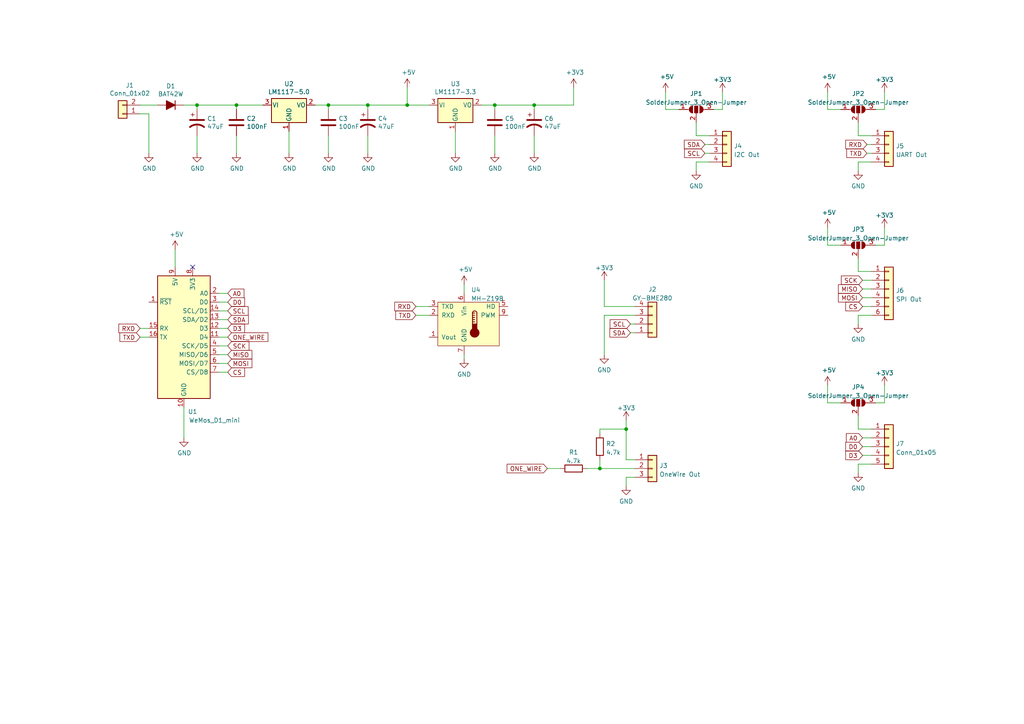
<source format=kicad_sch>
(kicad_sch (version 20211123) (generator eeschema)
  (paper "A4")
  (lib_symbols
    (symbol "Connector_Generic:Conn_01x02" (pin_names (offset 1.016) hide)
      (property "Reference" "J" (at 0 2.54 0))
      (property "Value" "Conn_01x02" (at 0 -5.08 0))
      (symbol "Conn_01x02_1_1"
        (rectangle (start -1.27 -2.413) (end 0 -2.667) (stroke (width 0.1524)))
        (rectangle (start -1.27 0.127) (end 0 -0.127) (stroke (width 0.1524)))
        (rectangle (start -1.27 1.27) (end 1.27 -3.81) (stroke (width 0.254)) (fill (type background)))
        (pin passive line (at -5.08 0 0) (length 3.81) (name "Pin_1") (number "1"))
        (pin passive line (at -5.08 -2.54 0) (length 3.81) (name "Pin_2") (number "2"))
      )
    )
    (symbol "Connector_Generic:Conn_01x03" (pin_names (offset 1.016) hide)
      (property "Reference" "J" (at 0 5.08 0))
      (property "Value" "Conn_01x03" (at 0 -5.08 0))
      (symbol "Conn_01x03_1_1"
        (rectangle (start -1.27 -2.413) (end 0 -2.667) (stroke (width 0.1524)))
        (rectangle (start -1.27 0.127) (end 0 -0.127) (stroke (width 0.1524)))
        (rectangle (start -1.27 2.667) (end 0 2.413) (stroke (width 0.1524)))
        (rectangle (start -1.27 3.81) (end 1.27 -3.81) (stroke (width 0.254)) (fill (type background)))
        (pin passive line (at -5.08 2.54 0) (length 3.81) (name "Pin_1") (number "1"))
        (pin passive line (at -5.08 0 0) (length 3.81) (name "Pin_2") (number "2"))
        (pin passive line (at -5.08 -2.54 0) (length 3.81) (name "Pin_3") (number "3"))
      )
    )
    (symbol "Connector_Generic:Conn_01x04" (pin_names (offset 1.016) hide)
      (property "Reference" "J" (at 0 5.08 0))
      (property "Value" "Conn_01x04" (at 0 -7.62 0))
      (symbol "Conn_01x04_1_1"
        (rectangle (start -1.27 -4.953) (end 0 -5.207) (stroke (width 0.1524)))
        (rectangle (start -1.27 -2.413) (end 0 -2.667) (stroke (width 0.1524)))
        (rectangle (start -1.27 0.127) (end 0 -0.127) (stroke (width 0.1524)))
        (rectangle (start -1.27 2.667) (end 0 2.413) (stroke (width 0.1524)))
        (rectangle (start -1.27 3.81) (end 1.27 -6.35) (stroke (width 0.254)) (fill (type background)))
        (pin passive line (at -5.08 2.54 0) (length 3.81) (name "Pin_1") (number "1"))
        (pin passive line (at -5.08 0 0) (length 3.81) (name "Pin_2") (number "2"))
        (pin passive line (at -5.08 -2.54 0) (length 3.81) (name "Pin_3") (number "3"))
        (pin passive line (at -5.08 -5.08 0) (length 3.81) (name "Pin_4") (number "4"))
      )
    )
    (symbol "Connector_Generic:Conn_01x05" (pin_names (offset 1.016) hide)
      (property "Reference" "J" (at 0 7.62 0))
      (property "Value" "Conn_01x05" (at 0 -7.62 0))
      (symbol "Conn_01x05_1_1"
        (rectangle (start -1.27 -4.953) (end 0 -5.207) (stroke (width 0.1524)))
        (rectangle (start -1.27 -2.413) (end 0 -2.667) (stroke (width 0.1524)))
        (rectangle (start -1.27 0.127) (end 0 -0.127) (stroke (width 0.1524)))
        (rectangle (start -1.27 2.667) (end 0 2.413) (stroke (width 0.1524)))
        (rectangle (start -1.27 5.207) (end 0 4.953) (stroke (width 0.1524)))
        (rectangle (start -1.27 6.35) (end 1.27 -6.35) (stroke (width 0.254)) (fill (type background)))
        (pin passive line (at -5.08 5.08 0) (length 3.81) (name "Pin_1") (number "1"))
        (pin passive line (at -5.08 2.54 0) (length 3.81) (name "Pin_2") (number "2"))
        (pin passive line (at -5.08 0 0) (length 3.81) (name "Pin_3") (number "3"))
        (pin passive line (at -5.08 -2.54 0) (length 3.81) (name "Pin_4") (number "4"))
        (pin passive line (at -5.08 -5.08 0) (length 3.81) (name "Pin_5") (number "5"))
      )
    )
    (symbol "Connector_Generic:Conn_01x06" (pin_names (offset 1.016) hide)
      (property "Reference" "J" (at 0 7.62 0))
      (property "Value" "Conn_01x06" (at 0 -10.16 0))
      (symbol "Conn_01x06_1_1"
        (rectangle (start -1.27 -7.493) (end 0 -7.747) (stroke (width 0.1524)))
        (rectangle (start -1.27 -4.953) (end 0 -5.207) (stroke (width 0.1524)))
        (rectangle (start -1.27 -2.413) (end 0 -2.667) (stroke (width 0.1524)))
        (rectangle (start -1.27 0.127) (end 0 -0.127) (stroke (width 0.1524)))
        (rectangle (start -1.27 2.667) (end 0 2.413) (stroke (width 0.1524)))
        (rectangle (start -1.27 5.207) (end 0 4.953) (stroke (width 0.1524)))
        (rectangle (start -1.27 6.35) (end 1.27 -8.89) (stroke (width 0.254)) (fill (type background)))
        (pin passive line (at -5.08 5.08 0) (length 3.81) (name "Pin_1") (number "1"))
        (pin passive line (at -5.08 2.54 0) (length 3.81) (name "Pin_2") (number "2"))
        (pin passive line (at -5.08 0 0) (length 3.81) (name "Pin_3") (number "3"))
        (pin passive line (at -5.08 -2.54 0) (length 3.81) (name "Pin_4") (number "4"))
        (pin passive line (at -5.08 -5.08 0) (length 3.81) (name "Pin_5") (number "5"))
        (pin passive line (at -5.08 -7.62 0) (length 3.81) (name "Pin_6") (number "6"))
      )
    )
    (symbol "Device:C" (pin_numbers hide) (pin_names (offset 0.254))
      (property "Reference" "C" (at 0.635 2.54 0))
      (property "Value" "C" (at 0.635 -2.54 0))
      (symbol "C_0_1"
        (polyline (pts (xy -2.032 -0.762) (xy 2.032 -0.762)) (stroke (width 0.508)))
        (polyline (pts (xy -2.032 0.762) (xy 2.032 0.762)) (stroke (width 0.508)))
      )
      (symbol "C_1_1"
        (pin passive line (at 0 3.81 270) (length 2.794) (name "~") (number "1"))
        (pin passive line (at 0 -3.81 90) (length 2.794) (name "~") (number "2"))
      )
    )
    (symbol "Device:R" (pin_numbers hide) (pin_names (offset 0))
      (property "Reference" "R" (at 2.032 0 90))
      (property "Value" "R" (at 0 0 90))
      (symbol "R_0_1"
        (rectangle (start -1.016 -2.54) (end 1.016 2.54) (stroke (width 0.254)))
      )
      (symbol "R_1_1"
        (pin passive line (at 0 3.81 270) (length 1.27) (name "~") (number "1"))
        (pin passive line (at 0 -3.81 90) (length 1.27) (name "~") (number "2"))
      )
    )
    (symbol "MCU_Module:WeMos_D1_mini"
      (property "Reference" "U" (at 3.81 19.05 0))
      (property "Value" "WeMos_D1_mini" (at 1.27 -19.05 0))
      (symbol "WeMos_D1_mini_1_1"
        (rectangle (start -7.62 17.78) (end 7.62 -17.78) (stroke (width 0.254)) (fill (type background)))
        (pin input line (at -10.16 10.16 0) (length 2.54) (name "~{RST}") (number "1"))
        (pin power_in line (at 0 -20.32 90) (length 2.54) (name "GND") (number "10"))
        (pin bidirectional line (at 10.16 0 180) (length 2.54) (name "D4") (number "11"))
        (pin bidirectional line (at 10.16 2.54 180) (length 2.54) (name "D3") (number "12"))
        (pin bidirectional line (at 10.16 5.08 180) (length 2.54) (name "SDA/D2") (number "13"))
        (pin bidirectional line (at 10.16 7.62 180) (length 2.54) (name "SCL/D1") (number "14"))
        (pin input line (at -10.16 2.54 0) (length 2.54) (name "RX") (number "15"))
        (pin output line (at -10.16 0 0) (length 2.54) (name "TX") (number "16"))
        (pin input line (at 10.16 12.7 180) (length 2.54) (name "A0") (number "2"))
        (pin bidirectional line (at 10.16 10.16 180) (length 2.54) (name "D0") (number "3"))
        (pin bidirectional line (at 10.16 -2.54 180) (length 2.54) (name "SCK/D5") (number "4"))
        (pin bidirectional line (at 10.16 -5.08 180) (length 2.54) (name "MISO/D6") (number "5"))
        (pin bidirectional line (at 10.16 -7.62 180) (length 2.54) (name "MOSI/D7") (number "6"))
        (pin bidirectional line (at 10.16 -10.16 180) (length 2.54) (name "CS/D8") (number "7"))
        (pin power_out line (at 2.54 20.32 270) (length 2.54) (name "3V3") (number "8"))
        (pin power_in line (at -2.54 20.32 270) (length 2.54) (name "5V") (number "9"))
      )
    )
    (symbol "Regulator_Linear:LM1117-3.3" (pin_names (offset 0.254))
      (property "Reference" "U" (at -3.81 3.175 0))
      (property "Value" "LM1117-3.3" (at 0 3.175 0))
      (symbol "LM1117-3.3_0_1"
        (rectangle (start -5.08 -5.08) (end 5.08 1.905) (stroke (width 0.254)) (fill (type background)))
      )
      (symbol "LM1117-3.3_1_1"
        (pin power_in line (at 0 -7.62 90) (length 2.54) (name "GND") (number "1"))
        (pin power_out line (at 7.62 0 180) (length 2.54) (name "VO") (number "2"))
        (pin power_in line (at -7.62 0 0) (length 2.54) (name "VI") (number "3"))
      )
    )
    (symbol "Regulator_Linear:LM1117-5.0" (pin_names (offset 0.254))
      (property "Reference" "U" (at -3.81 3.175 0))
      (property "Value" "LM1117-5.0" (at 0 3.175 0))
      (symbol "LM1117-5.0_0_1"
        (rectangle (start -5.08 -5.08) (end 5.08 1.905) (stroke (width 0.254)) (fill (type background)))
      )
      (symbol "LM1117-5.0_1_1"
        (pin power_in line (at 0 -7.62 90) (length 2.54) (name "GND") (number "1"))
        (pin power_out line (at 7.62 0 180) (length 2.54) (name "VO") (number "2"))
        (pin power_in line (at -7.62 0 0) (length 2.54) (name "VI") (number "3"))
      )
    )
    (symbol "esp8266-homenode-rescue:CP1-Device" (pin_numbers hide) (pin_names (offset 0.254) hide)
      (property "Reference" "C" (at 0.635 2.54 0))
      (property "Value" "CP1-Device" (at 0.635 -2.54 0))
      (symbol "CP1-Device_0_1"
        (polyline (pts (xy -2.032 0.762) (xy 2.032 0.762)) (stroke (width 0.508)))
        (polyline (pts (xy -1.778 2.286) (xy -0.762 2.286)))
        (polyline (pts (xy -1.27 1.778) (xy -1.27 2.794)))
        (arc (start 2.032 -1.27) (mid 0 -0.5572) (end -2.032 -1.27) (stroke (width 0.508)))
      )
      (symbol "CP1-Device_1_1"
        (pin passive line (at 0 3.81 270) (length 2.794) (name "~") (number "1"))
        (pin passive line (at 0 -3.81 90) (length 3.302) (name "~") (number "2"))
      )
    )
    (symbol "esp8266-homenode-rescue:D_ALT-Device" (pin_numbers hide) (pin_names (offset 1.016) hide)
      (property "Reference" "D" (at 0 2.54 0))
      (property "Value" "D_ALT-Device" (at 0 -2.54 0))
      (symbol "D_ALT-Device_0_1"
        (polyline (pts (xy -1.27 1.27) (xy -1.27 -1.27)) (stroke (width 0.254)))
        (polyline (pts (xy 1.27 0) (xy -1.27 0)))
        (polyline (pts (xy 1.27 1.27) (xy 1.27 -1.27) (xy -1.27 0) (xy 1.27 1.27)) (stroke (width 0.254)) (fill (type outline)))
      )
      (symbol "D_ALT-Device_1_1"
        (pin passive line (at -3.81 0 0) (length 2.54) (name "K") (number "1"))
        (pin passive line (at 3.81 0 180) (length 2.54) (name "A") (number "2"))
      )
    )
    (symbol "esp8266-homenode-rescue:SolderJumper_3_Open-Jumper" (pin_names (offset 0) hide)
      (property "Reference" "JP" (at -2.54 -2.54 0))
      (property "Value" "SolderJumper_3_Open-Jumper" (at 0 2.794 0))
      (symbol "SolderJumper_3_Open-Jumper_0_1"
        (arc (start -1.016 1.016) (mid -2.032 0) (end -1.016 -1.016))
        (arc (start -1.016 1.016) (mid -2.032 0) (end -1.016 -1.016) (fill (type outline)))
        (rectangle (start -0.508 1.016) (end 0.508 -1.016) (fill (type outline)))
        (polyline (pts (xy -2.54 0) (xy -2.032 0)))
        (polyline (pts (xy -1.016 1.016) (xy -1.016 -1.016)))
        (polyline (pts (xy 0 -1.27) (xy 0 -1.016)))
        (polyline (pts (xy 1.016 1.016) (xy 1.016 -1.016)))
        (polyline (pts (xy 2.54 0) (xy 2.032 0)))
        (arc (start 1.016 -1.016) (mid 2.032 0) (end 1.016 1.016))
        (arc (start 1.016 -1.016) (mid 2.032 0) (end 1.016 1.016) (fill (type outline)))
      )
      (symbol "SolderJumper_3_Open-Jumper_1_1"
        (pin passive line (at -5.08 0 0) (length 2.54) (name "A") (number "1"))
        (pin input line (at 0 -3.81 90) (length 2.54) (name "C") (number "2"))
        (pin passive line (at 5.08 0 180) (length 2.54) (name "B") (number "3"))
      )
    )
    (symbol "mh_z19b:MH-Z19B" (pin_names (offset 1.016))
      (property "Reference" "U" (at -6.35 7.62 0))
      (property "Value" "MH-Z19B" (at 5.08 7.62 0))
      (symbol "MH-Z19B_0_1"
        (rectangle (start 10.16 -6.35) (end -7.62 6.35) (fill (type background)))
      )
      (symbol "MH-Z19B_1_1"
        (polyline (pts (xy 2.413 0.635) (xy 3.048 0.635)) (stroke (width 0.254)))
        (polyline (pts (xy 2.413 1.27) (xy 3.048 1.27)) (stroke (width 0.254)))
        (polyline (pts (xy 2.413 1.905) (xy 3.048 1.905)) (stroke (width 0.254)))
        (polyline (pts (xy 2.413 2.54) (xy 3.048 2.54)) (stroke (width 0.254)))
        (polyline (pts (xy 2.413 3.175) (xy 2.413 0)) (stroke (width 0.254)))
        (polyline (pts (xy 2.413 3.175) (xy 3.048 3.175)) (stroke (width 0.254)))
        (polyline (pts (xy 3.683 3.175) (xy 3.683 0)) (stroke (width 0.254)))
        (circle (center 3.048 -2.54) (radius 1.27) (stroke (width 0.254)) (fill (type outline)))
        (rectangle (start 3.683 -1.905) (end 2.413 0) (stroke (width 0.254)) (fill (type outline)))
        (arc (start 3.683 3.175) (mid 3.048 3.81) (end 2.413 3.175) (stroke (width 0.254)))
        (pin power_out line (at -10.16 -3.81 0) (length 2.54) (name "Vout") (number "1"))
        (pin input line (at -10.16 2.54 0) (length 2.54) (name "RXD") (number "2"))
        (pin output line (at -10.16 5.08 0) (length 2.54) (name "TXD") (number "3"))
        (pin passive line (at 12.7 -3.81 180) (length 2.54) hide (name "SR") (number "4"))
        (pin passive line (at 12.7 5.08 180) (length 2.54) (name "HD") (number "5"))
        (pin power_in line (at 0 8.89 270) (length 2.54) (name "Vin") (number "6"))
        (pin passive line (at 0 -8.89 90) (length 2.54) (name "GND") (number "7"))
        (pin passive line (at 12.7 -1.27 180) (length 2.54) hide (name "A0T") (number "8"))
        (pin passive line (at 12.7 2.54 180) (length 2.54) (name "PWM") (number "9"))
      )
    )
    (symbol "power:+3.3V" (power) (pin_names (offset 0))
      (property "Value" "+3.3V" (at 0 3.556 0))
      (symbol "+3.3V_0_1"
        (polyline (pts (xy -0.762 1.27) (xy 0 2.54)))
        (polyline (pts (xy 0 0) (xy 0 2.54)))
        (polyline (pts (xy 0 2.54) (xy 0.762 1.27)))
      )
      (symbol "+3.3V_1_1"
        (pin power_in line (at 0 0 90) (length 0) hide (name "+3V3") (number "1"))
      )
    )
    (symbol "power:+5V" (power) (pin_names (offset 0))
      (property "Value" "+5V" (at 0 3.556 0))
      (symbol "+5V_0_1"
        (polyline (pts (xy -0.762 1.27) (xy 0 2.54)))
        (polyline (pts (xy 0 0) (xy 0 2.54)))
        (polyline (pts (xy 0 2.54) (xy 0.762 1.27)))
      )
      (symbol "+5V_1_1"
        (pin power_in line (at 0 0 90) (length 0) hide (name "+5V") (number "1"))
      )
    )
    (symbol "power:GND" (power) (pin_names (offset 0))
      (property "Value" "GND" (at 0 -3.81 0))
      (symbol "GND_0_1"
        (polyline (pts (xy 0 0) (xy 0 -1.27) (xy 1.27 -1.27) (xy 0 -2.54) (xy -1.27 -1.27) (xy 0 -1.27)))
      )
      (symbol "GND_1_1"
        (pin power_in line (at 0 0 270) (length 0) hide (name "GND") (number "1"))
      )
    )
  )
  (junction (at 95.25 30.48))
  (junction (at 181.61 124.46))
  (junction (at 173.99 135.89))
  (junction (at 57.15 30.48))
  (junction (at 143.51 30.48))
  (junction (at 68.58 30.48))
  (junction (at 154.94 30.48))
  (junction (at 106.68 30.48))
  (junction (at 118.11 30.48))
  (no_connect (at 55.88 77.47))
  (wire (pts (xy 57.15 31.75) (xy 57.15 30.48)))
  (wire (pts (xy 83.82 38.1) (xy 83.82 44.45)))
  (wire (pts (xy 118.11 30.48) (xy 118.11 25.4)))
  (wire (pts (xy 106.68 31.75) (xy 106.68 30.48)))
  (wire (pts (xy 175.26 91.44) (xy 175.26 102.87)))
  (wire (pts (xy 248.92 91.44) (xy 252.73 91.44)))
  (wire (pts (xy 63.5 107.95) (xy 66.04 107.95)))
  (wire (pts (xy 63.5 95.25) (xy 66.04 95.25)))
  (wire (pts (xy 158.75 135.89) (xy 162.56 135.89)))
  (wire (pts (xy 248.92 46.99) (xy 252.73 46.99)))
  (wire (pts (xy 250.19 132.08) (xy 252.73 132.08)))
  (wire (pts (xy 254 31.75) (xy 256.54 31.75)))
  (wire (pts (xy 68.58 31.75) (xy 68.58 30.48)))
  (wire (pts (xy 193.04 26.67) (xy 193.04 31.75)))
  (wire (pts (xy 68.58 39.37) (xy 68.58 44.45)))
  (wire (pts (xy 204.47 44.45) (xy 205.74 44.45)))
  (wire (pts (xy 57.15 39.37) (xy 57.15 44.45)))
  (wire (pts (xy 254 116.84) (xy 256.54 116.84)))
  (wire (pts (xy 139.7 30.48) (xy 143.51 30.48)))
  (wire (pts (xy 57.15 30.48) (xy 68.58 30.48)))
  (wire (pts (xy 248.92 120.65) (xy 248.92 124.46)))
  (wire (pts (xy 181.61 138.43) (xy 184.15 138.43)))
  (wire (pts (xy 132.08 38.1) (xy 132.08 44.45)))
  (wire (pts (xy 184.15 91.44) (xy 175.26 91.44)))
  (wire (pts (xy 120.65 88.9) (xy 124.46 88.9)))
  (wire (pts (xy 243.84 71.12) (xy 240.03 71.12)))
  (wire (pts (xy 63.5 87.63) (xy 66.04 87.63)))
  (wire (pts (xy 250.19 81.28) (xy 252.73 81.28)))
  (wire (pts (xy 143.51 39.37) (xy 143.51 44.45)))
  (wire (pts (xy 243.84 31.75) (xy 240.03 31.75)))
  (wire (pts (xy 256.54 71.12) (xy 256.54 66.04)))
  (wire (pts (xy 173.99 133.35) (xy 173.99 135.89)))
  (wire (pts (xy 248.92 35.56) (xy 248.92 39.37)))
  (wire (pts (xy 251.46 44.45) (xy 252.73 44.45)))
  (wire (pts (xy 63.5 100.33) (xy 66.04 100.33)))
  (wire (pts (xy 53.34 118.11) (xy 53.34 127)))
  (wire (pts (xy 248.92 74.93) (xy 248.92 78.74)))
  (wire (pts (xy 166.37 30.48) (xy 166.37 25.4)))
  (wire (pts (xy 106.68 30.48) (xy 118.11 30.48)))
  (wire (pts (xy 154.94 31.75) (xy 154.94 30.48)))
  (wire (pts (xy 250.19 86.36) (xy 252.73 86.36)))
  (wire (pts (xy 43.18 33.02) (xy 43.18 44.45)))
  (wire (pts (xy 248.92 93.98) (xy 248.92 91.44)))
  (wire (pts (xy 40.64 97.79) (xy 43.18 97.79)))
  (wire (pts (xy 118.11 30.48) (xy 124.46 30.48)))
  (wire (pts (xy 248.92 137.16) (xy 248.92 134.62)))
  (wire (pts (xy 40.64 33.02) (xy 43.18 33.02)))
  (wire (pts (xy 63.5 92.71) (xy 66.04 92.71)))
  (wire (pts (xy 250.19 88.9) (xy 252.73 88.9)))
  (wire (pts (xy 251.46 41.91) (xy 252.73 41.91)))
  (wire (pts (xy 254 71.12) (xy 256.54 71.12)))
  (wire (pts (xy 250.19 83.82) (xy 252.73 83.82)))
  (wire (pts (xy 182.88 96.52) (xy 184.15 96.52)))
  (wire (pts (xy 40.64 95.25) (xy 43.18 95.25)))
  (wire (pts (xy 63.5 85.09) (xy 66.04 85.09)))
  (wire (pts (xy 134.62 82.55) (xy 134.62 85.09)))
  (wire (pts (xy 248.92 134.62) (xy 252.73 134.62)))
  (wire (pts (xy 143.51 31.75) (xy 143.51 30.48)))
  (wire (pts (xy 173.99 135.89) (xy 184.15 135.89)))
  (wire (pts (xy 201.93 49.53) (xy 201.93 46.99)))
  (wire (pts (xy 181.61 121.92) (xy 181.61 124.46)))
  (wire (pts (xy 173.99 124.46) (xy 181.61 124.46)))
  (wire (pts (xy 201.93 35.56) (xy 201.93 39.37)))
  (wire (pts (xy 209.55 31.75) (xy 209.55 26.67)))
  (wire (pts (xy 252.73 78.74) (xy 248.92 78.74)))
  (wire (pts (xy 175.26 81.28) (xy 175.26 88.9)))
  (wire (pts (xy 154.94 30.48) (xy 166.37 30.48)))
  (wire (pts (xy 106.68 39.37) (xy 106.68 44.45)))
  (wire (pts (xy 205.74 39.37) (xy 201.93 39.37)))
  (wire (pts (xy 40.64 30.48) (xy 45.72 30.48)))
  (wire (pts (xy 53.34 30.48) (xy 57.15 30.48)))
  (wire (pts (xy 173.99 125.73) (xy 173.99 124.46)))
  (wire (pts (xy 240.03 66.04) (xy 240.03 71.12)))
  (wire (pts (xy 50.8 77.47) (xy 50.8 72.39)))
  (wire (pts (xy 250.19 129.54) (xy 252.73 129.54)))
  (wire (pts (xy 248.92 49.53) (xy 248.92 46.99)))
  (wire (pts (xy 154.94 39.37) (xy 154.94 44.45)))
  (wire (pts (xy 201.93 46.99) (xy 205.74 46.99)))
  (wire (pts (xy 250.19 127) (xy 252.73 127)))
  (wire (pts (xy 95.25 39.37) (xy 95.25 44.45)))
  (wire (pts (xy 120.65 91.44) (xy 124.46 91.44)))
  (wire (pts (xy 170.18 135.89) (xy 173.99 135.89)))
  (wire (pts (xy 134.62 102.87) (xy 134.62 104.14)))
  (wire (pts (xy 196.85 31.75) (xy 193.04 31.75)))
  (wire (pts (xy 91.44 30.48) (xy 95.25 30.48)))
  (wire (pts (xy 143.51 30.48) (xy 154.94 30.48)))
  (wire (pts (xy 207.01 31.75) (xy 209.55 31.75)))
  (wire (pts (xy 63.5 90.17) (xy 66.04 90.17)))
  (wire (pts (xy 63.5 105.41) (xy 66.04 105.41)))
  (wire (pts (xy 63.5 102.87) (xy 66.04 102.87)))
  (wire (pts (xy 243.84 116.84) (xy 240.03 116.84)))
  (wire (pts (xy 182.88 93.98) (xy 184.15 93.98)))
  (wire (pts (xy 240.03 26.67) (xy 240.03 31.75)))
  (wire (pts (xy 181.61 133.35) (xy 184.15 133.35)))
  (wire (pts (xy 95.25 30.48) (xy 106.68 30.48)))
  (wire (pts (xy 256.54 116.84) (xy 256.54 111.76)))
  (wire (pts (xy 63.5 97.79) (xy 66.04 97.79)))
  (wire (pts (xy 68.58 30.48) (xy 76.2 30.48)))
  (wire (pts (xy 240.03 111.76) (xy 240.03 116.84)))
  (wire (pts (xy 181.61 124.46) (xy 181.61 133.35)))
  (wire (pts (xy 256.54 31.75) (xy 256.54 26.67)))
  (wire (pts (xy 181.61 140.97) (xy 181.61 138.43)))
  (wire (pts (xy 204.47 41.91) (xy 205.74 41.91)))
  (wire (pts (xy 184.15 88.9) (xy 175.26 88.9)))
  (wire (pts (xy 95.25 31.75) (xy 95.25 30.48)))
  (wire (pts (xy 252.73 39.37) (xy 248.92 39.37)))
  (wire (pts (xy 252.73 124.46) (xy 248.92 124.46)))
  (global_label "D0" (shape input) (at 66.04 87.63 0) (property "Intersheet References" "${INTERSHEET_REFS}" (effects hide)))
  (global_label "MISO" (shape input) (at 250.19 83.82 180) (property "Intersheet References" "${INTERSHEET_REFS}" (effects hide)))
  (global_label "ONE_WIRE" (shape input) (at 66.04 97.79 0) (property "Intersheet References" "${INTERSHEET_REFS}" (effects hide)))
  (global_label "D0" (shape input) (at 250.19 129.54 180) (property "Intersheet References" "${INTERSHEET_REFS}" (effects hide)))
  (global_label "ONE_WIRE" (shape input) (at 158.75 135.89 180) (property "Intersheet References" "${INTERSHEET_REFS}" (effects hide)))
  (global_label "SDA" (shape input) (at 66.04 92.71 0) (property "Intersheet References" "${INTERSHEET_REFS}" (effects hide)))
  (global_label "D3" (shape input) (at 66.04 95.25 0) (property "Intersheet References" "${INTERSHEET_REFS}" (effects hide)))
  (global_label "D3" (shape input) (at 250.19 132.08 180) (property "Intersheet References" "${INTERSHEET_REFS}" (effects hide)))
  (global_label "MOSI" (shape input) (at 250.19 86.36 180) (property "Intersheet References" "${INTERSHEET_REFS}" (effects hide)))
  (global_label "A0" (shape input) (at 66.04 85.09 0) (property "Intersheet References" "${INTERSHEET_REFS}" (effects hide)))
  (global_label "SCL" (shape input) (at 182.88 93.98 180) (property "Intersheet References" "${INTERSHEET_REFS}" (effects hide)))
  (global_label "SCL" (shape input) (at 204.47 44.45 180) (property "Intersheet References" "${INTERSHEET_REFS}" (effects hide)))
  (global_label "CS" (shape input) (at 66.04 107.95 0) (property "Intersheet References" "${INTERSHEET_REFS}" (effects hide)))
  (global_label "SDA" (shape input) (at 182.88 96.52 180) (property "Intersheet References" "${INTERSHEET_REFS}" (effects hide)))
  (global_label "RXD" (shape input) (at 120.65 88.9 180) (property "Intersheet References" "${INTERSHEET_REFS}" (effects hide)))
  (global_label "TXD" (shape input) (at 120.65 91.44 180) (property "Intersheet References" "${INTERSHEET_REFS}" (effects hide)))
  (global_label "A0" (shape input) (at 250.19 127 180) (property "Intersheet References" "${INTERSHEET_REFS}" (effects hide)))
  (global_label "MOSI" (shape input) (at 66.04 105.41 0) (property "Intersheet References" "${INTERSHEET_REFS}" (effects hide)))
  (global_label "RXD" (shape input) (at 40.64 95.25 180) (property "Intersheet References" "${INTERSHEET_REFS}" (effects hide)))
  (global_label "SCK" (shape input) (at 250.19 81.28 180) (property "Intersheet References" "${INTERSHEET_REFS}" (effects hide)))
  (global_label "CS" (shape input) (at 250.19 88.9 180) (property "Intersheet References" "${INTERSHEET_REFS}" (effects hide)))
  (global_label "RXD" (shape input) (at 251.46 41.91 180) (property "Intersheet References" "${INTERSHEET_REFS}" (effects hide)))
  (global_label "TXD" (shape input) (at 40.64 97.79 180) (property "Intersheet References" "${INTERSHEET_REFS}" (effects hide)))
  (global_label "SCL" (shape input) (at 66.04 90.17 0) (property "Intersheet References" "${INTERSHEET_REFS}" (effects hide)))
  (global_label "TXD" (shape input) (at 251.46 44.45 180) (property "Intersheet References" "${INTERSHEET_REFS}" (effects hide)))
  (global_label "SDA" (shape input) (at 204.47 41.91 180) (property "Intersheet References" "${INTERSHEET_REFS}" (effects hide)))
  (global_label "SCK" (shape input) (at 66.04 100.33 0) (property "Intersheet References" "${INTERSHEET_REFS}" (effects hide)))
  (global_label "MISO" (shape input) (at 66.04 102.87 0) (property "Intersheet References" "${INTERSHEET_REFS}" (effects hide)))
  (symbol (lib_id "MCU_Module:WeMos_D1_mini") (at 53.34 97.79 0) (unit 1)
    (property "Reference" "U1" (at 55.88 119.38 0))
    (property "Value" "WeMos_D1_mini" (at 62.23 121.92 0))
    (property "Footprint" "Module:WEMOS_D1_mini_light" (effects hide))
    (property "Datasheet" "https://wiki.wemos.cc/products:d1:d1_mini#documentation" (effects hide))
  )
  (symbol (lib_id "power:GND") (at 53.34 127 0) (unit 1)
    (property "Reference" "#PWR03" (effects hide))
    (property "Value" "GND" (at 53.467 131.3942 0))
  )
  (symbol (lib_id "esp8266-homenode-rescue:D_ALT-Device") (at 49.53 30.48 180) (unit 1)
    (property "Reference" "D1" (at 49.53 24.9682 0))
    (property "Value" "BAT42W" (at 49.53 27.2796 0))
    (property "Footprint" "Diode_SMD:D_SOD-123" (effects hide))
  )
  (symbol (lib_id "power:GND") (at 43.18 44.45 0) (unit 1)
    (property "Reference" "#PWR01" (effects hide))
    (property "Value" "GND" (at 43.307 48.8442 0))
  )
  (symbol (lib_id "Regulator_Linear:LM1117-5.0") (at 83.82 30.48 0) (unit 1)
    (property "Reference" "U2" (at 83.82 24.3332 0))
    (property "Value" "LM1117-5.0" (at 83.82 26.6446 0))
    (property "Footprint" "Package_TO_SOT_SMD:SOT-223-3_TabPin2" (effects hide))
    (property "Datasheet" "http://www.ti.com/lit/ds/symlink/lm1117.pdf" (effects hide))
  )
  (symbol (lib_id "esp8266-homenode-rescue:CP1-Device") (at 57.15 35.56 0) (unit 1)
    (property "Reference" "C1" (at 60.071 34.3916 0) (effects (justify left)))
    (property "Value" "47uF" (at 60.071 36.703 0) (effects (justify left)))
    (property "Footprint" "Capacitor_SMD:CP_Elec_4x5.4" (effects hide))
  )
  (symbol (lib_id "Device:C") (at 68.58 35.56 0) (unit 1)
    (property "Reference" "C2" (at 71.501 34.3916 0) (effects (justify left)))
    (property "Value" "100nF" (at 71.501 36.703 0) (effects (justify left)))
    (property "Footprint" "Capacitor_SMD:C_0603_1608Metric" (effects hide))
  )
  (symbol (lib_id "Device:C") (at 95.25 35.56 0) (unit 1)
    (property "Reference" "C3" (at 98.171 34.3916 0) (effects (justify left)))
    (property "Value" "100nF" (at 98.171 36.703 0) (effects (justify left)))
    (property "Footprint" "Capacitor_SMD:C_0603_1608Metric" (effects hide))
  )
  (symbol (lib_id "esp8266-homenode-rescue:CP1-Device") (at 106.68 35.56 0) (unit 1)
    (property "Reference" "C4" (at 109.601 34.3916 0) (effects (justify left)))
    (property "Value" "47uF" (at 109.601 36.703 0) (effects (justify left)))
    (property "Footprint" "Capacitor_SMD:CP_Elec_4x5.4" (effects hide))
  )
  (symbol (lib_id "power:GND") (at 57.15 44.45 0) (unit 1)
    (property "Reference" "#PWR04" (effects hide))
    (property "Value" "GND" (at 57.277 48.8442 0))
  )
  (symbol (lib_id "power:GND") (at 68.58 44.45 0) (unit 1)
    (property "Reference" "#PWR05" (effects hide))
    (property "Value" "GND" (at 68.707 48.8442 0))
  )
  (symbol (lib_id "power:GND") (at 83.82 44.45 0) (unit 1)
    (property "Reference" "#PWR06" (effects hide))
    (property "Value" "GND" (at 83.947 48.8442 0))
  )
  (symbol (lib_id "power:GND") (at 95.25 44.45 0) (unit 1)
    (property "Reference" "#PWR07" (effects hide))
    (property "Value" "GND" (at 95.377 48.8442 0))
  )
  (symbol (lib_id "power:GND") (at 106.68 44.45 0) (unit 1)
    (property "Reference" "#PWR08" (effects hide))
    (property "Value" "GND" (at 106.807 48.8442 0))
  )
  (symbol (lib_id "power:+5V") (at 118.11 25.4 0) (unit 1)
    (property "Reference" "#PWR09" (effects hide))
    (property "Value" "+5V" (at 118.491 21.0058 0))
  )
  (symbol (lib_id "Connector_Generic:Conn_01x02") (at 35.56 33.02 180) (unit 1)
    (property "Reference" "J1" (at 37.6428 24.765 0))
    (property "Value" "Conn_01x02" (at 37.6428 27.0764 0))
    (property "Footprint" "TerminalBlock:TerminalBlock_bornier-2_P5.08mm" (effects hide))
  )
  (symbol (lib_id "power:+5V") (at 50.8 72.39 0) (unit 1)
    (property "Reference" "#PWR02" (effects hide))
    (property "Value" "+5V" (at 51.181 67.9958 0))
  )
  (symbol (lib_id "Regulator_Linear:LM1117-3.3") (at 132.08 30.48 0) (unit 1)
    (property "Reference" "U3" (at 132.08 24.3332 0))
    (property "Value" "LM1117-3.3" (at 132.08 26.6446 0))
    (property "Footprint" "Package_TO_SOT_SMD:SOT-223-3_TabPin2" (effects hide))
    (property "Datasheet" "http://www.ti.com/lit/ds/symlink/lm1117.pdf" (effects hide))
  )
  (symbol (lib_id "Device:C") (at 143.51 35.56 0) (unit 1)
    (property "Reference" "C5" (at 146.431 34.3916 0) (effects (justify left)))
    (property "Value" "100nF" (at 146.431 36.703 0) (effects (justify left)))
    (property "Footprint" "Capacitor_SMD:C_0603_1608Metric" (effects hide))
  )
  (symbol (lib_id "esp8266-homenode-rescue:CP1-Device") (at 154.94 35.56 0) (unit 1)
    (property "Reference" "C6" (at 157.861 34.3916 0) (effects (justify left)))
    (property "Value" "47uF" (at 157.861 36.703 0) (effects (justify left)))
    (property "Footprint" "Capacitor_SMD:CP_Elec_4x5.4" (effects hide))
  )
  (symbol (lib_id "power:GND") (at 143.51 44.45 0) (unit 1)
    (property "Reference" "#PWR013" (effects hide))
    (property "Value" "GND" (at 143.637 48.8442 0))
  )
  (symbol (lib_id "power:GND") (at 154.94 44.45 0) (unit 1)
    (property "Reference" "#PWR014" (effects hide))
    (property "Value" "GND" (at 155.067 48.8442 0))
  )
  (symbol (lib_id "power:GND") (at 132.08 44.45 0) (unit 1)
    (property "Reference" "#PWR010" (effects hide))
    (property "Value" "GND" (at 132.207 48.8442 0))
  )
  (symbol (lib_id "power:+3.3V") (at 166.37 25.4 0) (unit 1)
    (property "Reference" "#PWR015" (effects hide))
    (property "Value" "+3.3V" (at 166.751 21.0058 0))
  )
  (symbol (lib_id "power:GND") (at 248.92 93.98 0) (unit 1)
    (property "Reference" "#PWR027" (effects hide))
    (property "Value" "GND" (at 248.92 98.4234 0))
  )
  (symbol (lib_id "Connector_Generic:Conn_01x05") (at 257.81 129.54 0) (unit 1)
    (property "Reference" "J7" (at 259.842 128.7053 0) (effects (justify left)))
    (property "Value" "Conn_01x05" (at 259.842 131.2422 0) (effects (justify left)))
    (property "Footprint" "Connector_PinHeader_2.54mm:PinHeader_1x05_P2.54mm_Vertical" (effects hide))
  )
  (symbol (lib_id "power:+3.3V") (at 175.26 81.28 0) (unit 1)
    (property "Reference" "#PWR016" (effects hide))
    (property "Value" "+3.3V" (at 175.26 77.7042 0))
  )
  (symbol (lib_id "Connector_Generic:Conn_01x04") (at 189.23 93.98 0) (mirror x) (unit 1)
    (property "Reference" "J2" (at 189.23 83.9302 0))
    (property "Value" "GY-BME280" (at 189.23 86.4671 0))
    (property "Footprint" "misc:gybmep" (effects hide))
  )
  (symbol (lib_id "Device:R") (at 173.99 129.54 0) (unit 1)
    (property "Reference" "R2" (at 175.768 128.7053 0) (effects (justify left)))
    (property "Value" "4.7k" (at 175.768 131.2422 0) (effects (justify left)))
    (property "Footprint" "Resistor_SMD:R_0603_1608Metric_Pad0.98x0.95mm_HandSolder" (effects hide))
  )
  (symbol (lib_id "esp8266-homenode-rescue:SolderJumper_3_Open-Jumper") (at 248.92 31.75 0) (unit 1)
    (property "Reference" "JP2" (at 248.92 27.1612 0))
    (property "Value" "SolderJumper_3_Open-Jumper" (at 248.92 29.6981 0))
    (property "Footprint" "Jumper:SolderJumper-3_P1.3mm_Open_RoundedPad1.0x1.5mm" (effects hide))
  )
  (symbol (lib_id "power:GND") (at 181.61 140.97 0) (unit 1)
    (property "Reference" "#PWR019" (effects hide))
    (property "Value" "GND" (at 181.61 145.4134 0))
  )
  (symbol (lib_id "Connector_Generic:Conn_01x06") (at 257.81 83.82 0) (unit 1)
    (property "Reference" "J6" (at 259.842 84.2553 0) (effects (justify left)))
    (property "Value" "SPI Out" (at 259.842 86.7922 0) (effects (justify left)))
    (property "Footprint" "Connector_PinHeader_2.54mm:PinHeader_1x06_P2.54mm_Vertical" (effects hide))
  )
  (symbol (lib_id "power:+3.3V") (at 256.54 26.67 0) (unit 1)
    (property "Reference" "#PWR029" (effects hide))
    (property "Value" "+3.3V" (at 256.54 23.0942 0))
  )
  (symbol (lib_id "Connector_Generic:Conn_01x04") (at 210.82 41.91 0) (unit 1)
    (property "Reference" "J4" (at 212.852 42.3453 0) (effects (justify left)))
    (property "Value" "I2C Out" (at 212.852 44.8822 0) (effects (justify left)))
    (property "Footprint" "Connector_PinHeader_2.54mm:PinHeader_1x04_P2.54mm_Vertical" (effects hide))
  )
  (symbol (lib_id "Connector_Generic:Conn_01x04") (at 257.81 41.91 0) (unit 1)
    (property "Reference" "J5" (at 259.842 42.3453 0) (effects (justify left)))
    (property "Value" "UART Out" (at 259.842 44.8822 0) (effects (justify left)))
    (property "Footprint" "Connector_PinHeader_2.54mm:PinHeader_1x04_P2.54mm_Vertical" (effects hide))
  )
  (symbol (lib_id "power:GND") (at 248.92 137.16 0) (unit 1)
    (property "Reference" "#PWR028" (effects hide))
    (property "Value" "GND" (at 248.92 141.6034 0))
  )
  (symbol (lib_id "power:+5V") (at 240.03 66.04 0) (unit 1)
    (property "Reference" "#PWR024" (effects hide))
    (property "Value" "+5V" (at 240.411 61.6458 0))
  )
  (symbol (lib_id "Device:R") (at 166.37 135.89 90) (unit 1)
    (property "Reference" "R1" (at 166.37 131.1742 90))
    (property "Value" "4.7k" (at 166.37 133.7111 90))
    (property "Footprint" "Resistor_SMD:R_0603_1608Metric_Pad0.98x0.95mm_HandSolder" (effects hide))
  )
  (symbol (lib_id "power:+3.3V") (at 209.55 26.67 0) (unit 1)
    (property "Reference" "#PWR022" (effects hide))
    (property "Value" "+3.3V" (at 209.55 23.0942 0))
  )
  (symbol (lib_id "power:GND") (at 134.62 104.14 0) (unit 1)
    (property "Reference" "#PWR012" (effects hide))
    (property "Value" "GND" (at 134.62 108.5834 0))
  )
  (symbol (lib_id "esp8266-homenode-rescue:SolderJumper_3_Open-Jumper") (at 248.92 71.12 0) (unit 1)
    (property "Reference" "JP3" (at 248.92 66.5312 0))
    (property "Value" "SolderJumper_3_Open-Jumper" (at 248.92 69.0681 0))
    (property "Footprint" "Jumper:SolderJumper-3_P1.3mm_Open_RoundedPad1.0x1.5mm" (effects hide))
  )
  (symbol (lib_id "esp8266-homenode-rescue:SolderJumper_3_Open-Jumper") (at 201.93 31.75 0) (unit 1)
    (property "Reference" "JP1" (at 201.93 27.1612 0))
    (property "Value" "SolderJumper_3_Open-Jumper" (at 201.93 29.6981 0))
    (property "Footprint" "Jumper:SolderJumper-3_P1.3mm_Open_RoundedPad1.0x1.5mm" (effects hide))
  )
  (symbol (lib_id "power:+5V") (at 240.03 111.76 0) (unit 1)
    (property "Reference" "#PWR025" (effects hide))
    (property "Value" "+5V" (at 240.411 107.3658 0))
  )
  (symbol (lib_id "power:+5V") (at 193.04 26.67 0) (unit 1)
    (property "Reference" "#PWR020" (effects hide))
    (property "Value" "+5V" (at 193.421 22.2758 0))
  )
  (symbol (lib_id "power:+3.3V") (at 256.54 111.76 0) (unit 1)
    (property "Reference" "#PWR031" (effects hide))
    (property "Value" "+3.3V" (at 256.54 108.1842 0))
  )
  (symbol (lib_id "esp8266-homenode-rescue:SolderJumper_3_Open-Jumper") (at 248.92 116.84 0) (unit 1)
    (property "Reference" "JP4" (at 248.92 112.2512 0))
    (property "Value" "SolderJumper_3_Open-Jumper" (at 248.92 114.7881 0))
    (property "Footprint" "Jumper:SolderJumper-3_P1.3mm_Open_RoundedPad1.0x1.5mm" (effects hide))
  )
  (symbol (lib_id "power:GND") (at 175.26 102.87 0) (unit 1)
    (property "Reference" "#PWR017" (effects hide))
    (property "Value" "GND" (at 175.26 107.3134 0))
  )
  (symbol (lib_id "power:GND") (at 248.92 49.53 0) (unit 1)
    (property "Reference" "#PWR026" (effects hide))
    (property "Value" "GND" (at 248.92 53.9734 0))
  )
  (symbol (lib_id "Connector_Generic:Conn_01x03") (at 189.23 135.89 0) (unit 1)
    (property "Reference" "J3" (at 191.262 135.0553 0) (effects (justify left)))
    (property "Value" "OneWire Out" (at 191.262 137.5922 0) (effects (justify left)))
    (property "Footprint" "Connector_PinHeader_2.54mm:PinHeader_1x03_P2.54mm_Vertical" (effects hide))
  )
  (symbol (lib_id "power:+3.3V") (at 181.61 121.92 0) (unit 1)
    (property "Reference" "#PWR018" (effects hide))
    (property "Value" "+3.3V" (at 181.61 118.3442 0))
  )
  (symbol (lib_id "power:+5V") (at 240.03 26.67 0) (unit 1)
    (property "Reference" "#PWR023" (effects hide))
    (property "Value" "+5V" (at 240.411 22.2758 0))
  )
  (symbol (lib_id "power:GND") (at 201.93 49.53 0) (unit 1)
    (property "Reference" "#PWR021" (effects hide))
    (property "Value" "GND" (at 201.93 53.9734 0))
  )
  (symbol (lib_id "mh_z19b:MH-Z19B") (at 134.62 93.98 0) (unit 1)
    (property "Reference" "U4" (at 136.6394 84.0572 0) (effects (justify left)))
    (property "Value" "MH-Z19B" (at 136.6394 86.5941 0) (effects (justify left)))
    (property "Footprint" "mh-z19b:Winsen_MH-Z19B" (effects hide))
    (property "Datasheet" "https://www.winsen-sensor.com/d/files/MH-Z19B.pdf" (effects hide))
  )
  (symbol (lib_id "power:+5V") (at 134.62 82.55 0) (unit 1)
    (property "Reference" "#PWR011" (effects hide))
    (property "Value" "+5V" (at 135.001 78.1558 0))
  )
  (symbol (lib_id "power:+3.3V") (at 256.54 66.04 0) (unit 1)
    (property "Reference" "#PWR030" (effects hide))
    (property "Value" "+3.3V" (at 256.54 62.4642 0))
  )
)
</source>
